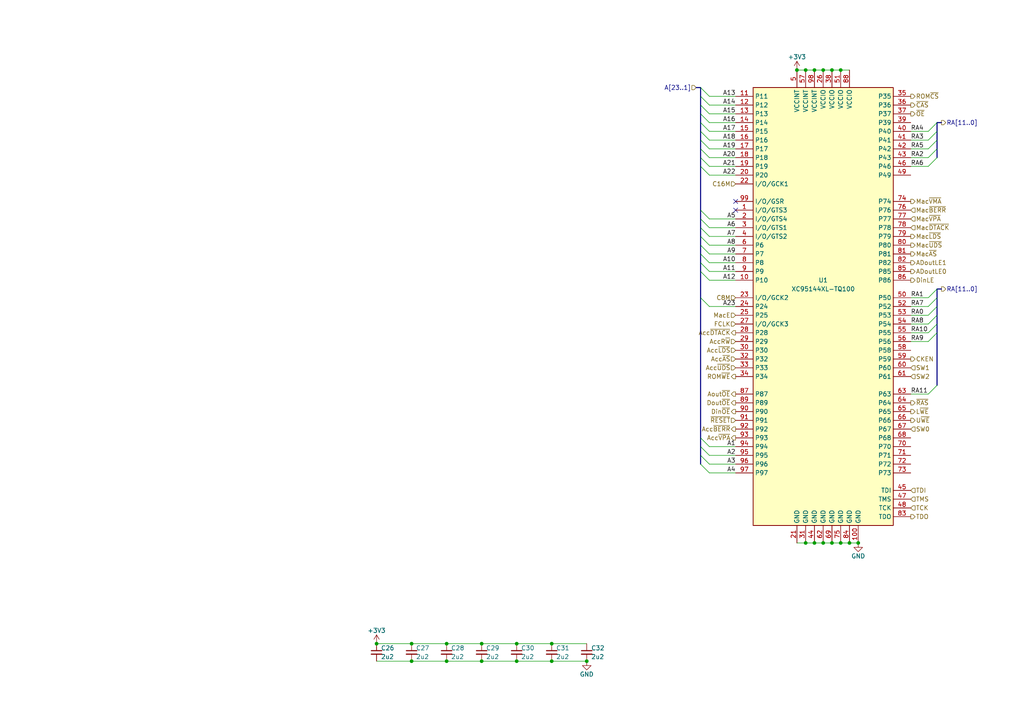
<source format=kicad_sch>
(kicad_sch (version 20211123) (generator eeschema)
  (paper "A4")
  (lib_symbols
    (symbol "CPLD_Xilinx:XC95144XL-TQ100"
      (property "Reference" "U" (at -20.32 64.77 0))
      (property "Value" "XC95144XL-TQ100" (at -20.32 -64.77 0))
      (symbol "XC95144XL-TQ100_1_1"
        (rectangle (start -20.32 63.5) (end 20.32 -63.5) (stroke (width 0.254)) (fill (type background)))
        (pin bidirectional line (at -25.4 27.94 0) (length 5.08) (name "I/O/GTS3") (number "1"))
        (pin bidirectional line (at -25.4 7.62 0) (length 5.08) (name "P10") (number "10"))
        (pin power_in line (at 10.16 -68.58 90) (length 5.08) (name "GND") (number "100"))
        (pin bidirectional line (at -25.4 60.96 0) (length 5.08) (name "P11") (number "11"))
        (pin bidirectional line (at -25.4 58.42 0) (length 5.08) (name "P12") (number "12"))
        (pin bidirectional line (at -25.4 55.88 0) (length 5.08) (name "P13") (number "13"))
        (pin bidirectional line (at -25.4 53.34 0) (length 5.08) (name "P14") (number "14"))
        (pin bidirectional line (at -25.4 50.8 0) (length 5.08) (name "P15") (number "15"))
        (pin bidirectional line (at -25.4 48.26 0) (length 5.08) (name "P16") (number "16"))
        (pin bidirectional line (at -25.4 45.72 0) (length 5.08) (name "P17") (number "17"))
        (pin bidirectional line (at -25.4 43.18 0) (length 5.08) (name "P18") (number "18"))
        (pin bidirectional line (at -25.4 40.64 0) (length 5.08) (name "P19") (number "19"))
        (pin bidirectional line (at -25.4 25.4 0) (length 5.08) (name "I/O/GTS4") (number "2"))
        (pin bidirectional line (at -25.4 38.1 0) (length 5.08) (name "P20") (number "20"))
        (pin power_in line (at -7.62 -68.58 90) (length 5.08) (name "GND") (number "21"))
        (pin bidirectional line (at -25.4 35.56 0) (length 5.08) (name "I/O/GCK1") (number "22"))
        (pin bidirectional line (at -25.4 2.54 0) (length 5.08) (name "I/O/GCK2") (number "23"))
        (pin bidirectional line (at -25.4 0 0) (length 5.08) (name "P24") (number "24"))
        (pin bidirectional line (at -25.4 -2.54 0) (length 5.08) (name "P25") (number "25"))
        (pin power_in line (at 0 68.58 270) (length 5.08) (name "VCCIO") (number "26"))
        (pin bidirectional line (at -25.4 -5.08 0) (length 5.08) (name "I/O/GCK3") (number "27"))
        (pin bidirectional line (at -25.4 -7.62 0) (length 5.08) (name "P28") (number "28"))
        (pin bidirectional line (at -25.4 -10.16 0) (length 5.08) (name "P29") (number "29"))
        (pin bidirectional line (at -25.4 22.86 0) (length 5.08) (name "I/O/GTS1") (number "3"))
        (pin bidirectional line (at -25.4 -12.7 0) (length 5.08) (name "P30") (number "30"))
        (pin power_in line (at -5.08 -68.58 90) (length 5.08) (name "GND") (number "31"))
        (pin bidirectional line (at -25.4 -15.24 0) (length 5.08) (name "P32") (number "32"))
        (pin bidirectional line (at -25.4 -17.78 0) (length 5.08) (name "P33") (number "33"))
        (pin bidirectional line (at -25.4 -20.32 0) (length 5.08) (name "P34") (number "34"))
        (pin bidirectional line (at 25.4 60.96 180) (length 5.08) (name "P35") (number "35"))
        (pin bidirectional line (at 25.4 58.42 180) (length 5.08) (name "P36") (number "36"))
        (pin bidirectional line (at 25.4 55.88 180) (length 5.08) (name "P37") (number "37"))
        (pin power_in line (at 2.54 68.58 270) (length 5.08) (name "VCCIO") (number "38"))
        (pin bidirectional line (at 25.4 53.34 180) (length 5.08) (name "P39") (number "39"))
        (pin bidirectional line (at -25.4 20.32 0) (length 5.08) (name "I/O/GTS2") (number "4"))
        (pin bidirectional line (at 25.4 50.8 180) (length 5.08) (name "P40") (number "40"))
        (pin bidirectional line (at 25.4 48.26 180) (length 5.08) (name "P41") (number "41"))
        (pin bidirectional line (at 25.4 45.72 180) (length 5.08) (name "P42") (number "42"))
        (pin bidirectional line (at 25.4 43.18 180) (length 5.08) (name "P43") (number "43"))
        (pin power_in line (at -2.54 -68.58 90) (length 5.08) (name "GND") (number "44"))
        (pin input line (at 25.4 -53.34 180) (length 5.08) (name "TDI") (number "45"))
        (pin bidirectional line (at 25.4 40.64 180) (length 5.08) (name "P46") (number "46"))
        (pin input line (at 25.4 -55.88 180) (length 5.08) (name "TMS") (number "47"))
        (pin input line (at 25.4 -58.42 180) (length 5.08) (name "TCK") (number "48"))
        (pin bidirectional line (at 25.4 38.1 180) (length 5.08) (name "P49") (number "49"))
        (pin power_in line (at -7.62 68.58 270) (length 5.08) (name "VCCINT") (number "5"))
        (pin bidirectional line (at 25.4 2.54 180) (length 5.08) (name "P50") (number "50"))
        (pin power_in line (at 5.08 68.58 270) (length 5.08) (name "VCCIO") (number "51"))
        (pin bidirectional line (at 25.4 0 180) (length 5.08) (name "P52") (number "52"))
        (pin bidirectional line (at 25.4 -2.54 180) (length 5.08) (name "P53") (number "53"))
        (pin bidirectional line (at 25.4 -5.08 180) (length 5.08) (name "P54") (number "54"))
        (pin bidirectional line (at 25.4 -7.62 180) (length 5.08) (name "P55") (number "55"))
        (pin bidirectional line (at 25.4 -10.16 180) (length 5.08) (name "P56") (number "56"))
        (pin power_in line (at -5.08 68.58 270) (length 5.08) (name "VCCINT") (number "57"))
        (pin bidirectional line (at 25.4 -12.7 180) (length 5.08) (name "P58") (number "58"))
        (pin bidirectional line (at 25.4 -15.24 180) (length 5.08) (name "P59") (number "59"))
        (pin bidirectional line (at -25.4 17.78 0) (length 5.08) (name "P6") (number "6"))
        (pin bidirectional line (at 25.4 -17.78 180) (length 5.08) (name "P60") (number "60"))
        (pin bidirectional line (at 25.4 -20.32 180) (length 5.08) (name "P61") (number "61"))
        (pin power_in line (at 0 -68.58 90) (length 5.08) (name "GND") (number "62"))
        (pin bidirectional line (at 25.4 -25.4 180) (length 5.08) (name "P63") (number "63"))
        (pin bidirectional line (at 25.4 -27.94 180) (length 5.08) (name "P64") (number "64"))
        (pin bidirectional line (at 25.4 -30.48 180) (length 5.08) (name "P65") (number "65"))
        (pin bidirectional line (at 25.4 -33.02 180) (length 5.08) (name "P66") (number "66"))
        (pin bidirectional line (at 25.4 -35.56 180) (length 5.08) (name "P67") (number "67"))
        (pin bidirectional line (at 25.4 -38.1 180) (length 5.08) (name "P68") (number "68"))
        (pin power_in line (at 2.54 -68.58 90) (length 5.08) (name "GND") (number "69"))
        (pin bidirectional line (at -25.4 15.24 0) (length 5.08) (name "P7") (number "7"))
        (pin bidirectional line (at 25.4 -40.64 180) (length 5.08) (name "P70") (number "70"))
        (pin bidirectional line (at 25.4 -43.18 180) (length 5.08) (name "P71") (number "71"))
        (pin bidirectional line (at 25.4 -45.72 180) (length 5.08) (name "P72") (number "72"))
        (pin bidirectional line (at 25.4 -48.26 180) (length 5.08) (name "P73") (number "73"))
        (pin bidirectional line (at 25.4 30.48 180) (length 5.08) (name "P74") (number "74"))
        (pin power_in line (at 5.08 -68.58 90) (length 5.08) (name "GND") (number "75"))
        (pin bidirectional line (at 25.4 27.94 180) (length 5.08) (name "P76") (number "76"))
        (pin bidirectional line (at 25.4 25.4 180) (length 5.08) (name "P77") (number "77"))
        (pin bidirectional line (at 25.4 22.86 180) (length 5.08) (name "P78") (number "78"))
        (pin bidirectional line (at 25.4 20.32 180) (length 5.08) (name "P79") (number "79"))
        (pin bidirectional line (at -25.4 12.7 0) (length 5.08) (name "P8") (number "8"))
        (pin bidirectional line (at 25.4 17.78 180) (length 5.08) (name "P80") (number "80"))
        (pin bidirectional line (at 25.4 15.24 180) (length 5.08) (name "P81") (number "81"))
        (pin bidirectional line (at 25.4 12.7 180) (length 5.08) (name "P82") (number "82"))
        (pin output line (at 25.4 -60.96 180) (length 5.08) (name "TDO") (number "83"))
        (pin power_in line (at 7.62 -68.58 90) (length 5.08) (name "GND") (number "84"))
        (pin bidirectional line (at 25.4 10.16 180) (length 5.08) (name "P85") (number "85"))
        (pin bidirectional line (at 25.4 7.62 180) (length 5.08) (name "P86") (number "86"))
        (pin bidirectional line (at -25.4 -25.4 0) (length 5.08) (name "P87") (number "87"))
        (pin power_in line (at 7.62 68.58 270) (length 5.08) (name "VCCIO") (number "88"))
        (pin bidirectional line (at -25.4 -27.94 0) (length 5.08) (name "P89") (number "89"))
        (pin bidirectional line (at -25.4 10.16 0) (length 5.08) (name "P9") (number "9"))
        (pin bidirectional line (at -25.4 -30.48 0) (length 5.08) (name "P90") (number "90"))
        (pin bidirectional line (at -25.4 -33.02 0) (length 5.08) (name "P91") (number "91"))
        (pin bidirectional line (at -25.4 -35.56 0) (length 5.08) (name "P92") (number "92"))
        (pin bidirectional line (at -25.4 -38.1 0) (length 5.08) (name "P93") (number "93"))
        (pin bidirectional line (at -25.4 -40.64 0) (length 5.08) (name "P94") (number "94"))
        (pin bidirectional line (at -25.4 -43.18 0) (length 5.08) (name "P95") (number "95"))
        (pin bidirectional line (at -25.4 -45.72 0) (length 5.08) (name "P96") (number "96"))
        (pin bidirectional line (at -25.4 -48.26 0) (length 5.08) (name "P97") (number "97"))
        (pin power_in line (at -2.54 68.58 270) (length 5.08) (name "VCCINT") (number "98"))
        (pin bidirectional line (at -25.4 30.48 0) (length 5.08) (name "I/O/GSR") (number "99"))
      )
    )
    (symbol "Device:C_Small" (pin_numbers hide) (pin_names (offset 0.254) hide)
      (property "Reference" "C" (at 0.254 1.778 0))
      (property "Value" "C_Small" (at 0.254 -2.032 0))
      (symbol "C_Small_0_1"
        (polyline (pts (xy -1.524 -0.508) (xy 1.524 -0.508)) (stroke (width 0.3302)))
        (polyline (pts (xy -1.524 0.508) (xy 1.524 0.508)) (stroke (width 0.3048)))
      )
      (symbol "C_Small_1_1"
        (pin passive line (at 0 2.54 270) (length 2.032) (name "~") (number "1"))
        (pin passive line (at 0 -2.54 90) (length 2.032) (name "~") (number "2"))
      )
    )
    (symbol "power:+3V3" (power) (pin_names (offset 0))
      (property "Value" "+3V3" (at 0 3.556 0))
      (symbol "+3V3_0_1"
        (polyline (pts (xy -0.762 1.27) (xy 0 2.54)))
        (polyline (pts (xy 0 0) (xy 0 2.54)))
        (polyline (pts (xy 0 2.54) (xy 0.762 1.27)))
      )
      (symbol "+3V3_1_1"
        (pin power_in line (at 0 0 90) (length 0) hide (name "+3V3") (number "1"))
      )
    )
    (symbol "power:GND" (power) (pin_names (offset 0))
      (property "Value" "GND" (at 0 -3.81 0))
      (symbol "GND_0_1"
        (polyline (pts (xy 0 0) (xy 0 -1.27) (xy 1.27 -1.27) (xy 0 -2.54) (xy -1.27 -1.27) (xy 0 -1.27)))
      )
      (symbol "GND_1_1"
        (pin power_in line (at 0 0 270) (length 0) hide (name "GND") (number "1"))
      )
    )
  )
  (junction (at 119.38 191.77))
  (junction (at 246.38 157.48))
  (junction (at 129.54 191.77))
  (junction (at 233.68 157.48))
  (junction (at 231.14 20.32))
  (junction (at 139.7 191.77))
  (junction (at 139.7 186.69))
  (junction (at 241.3 157.48))
  (junction (at 236.22 157.48))
  (junction (at 119.38 186.69))
  (junction (at 238.76 20.32))
  (junction (at 160.02 186.69))
  (junction (at 236.22 20.32))
  (junction (at 109.22 186.69))
  (junction (at 248.92 157.48))
  (junction (at 241.3 20.32))
  (junction (at 233.68 20.32))
  (junction (at 149.86 191.77))
  (junction (at 243.84 157.48))
  (junction (at 149.86 186.69))
  (junction (at 238.76 157.48))
  (junction (at 170.18 191.77))
  (junction (at 160.02 191.77))
  (junction (at 129.54 186.69))
  (junction (at 243.84 20.32))
  (no_connect (at 213.36 60.96))
  (no_connect (at 213.36 58.42))
  (bus_entry (at 203.2 63.5) (size 2.54 2.54))
  (bus_entry (at 203.2 129.54) (size 2.54 2.54))
  (bus_entry (at 203.2 71.12) (size 2.54 2.54))
  (bus_entry (at 203.2 27.94) (size 2.54 2.54))
  (bus_entry (at 203.2 35.56) (size 2.54 2.54))
  (bus_entry (at 271.78 93.98) (size -2.54 2.54))
  (bus_entry (at 271.78 43.18) (size -2.54 2.54))
  (bus_entry (at 203.2 25.4) (size 2.54 2.54))
  (bus_entry (at 203.2 30.48) (size 2.54 2.54))
  (bus_entry (at 203.2 45.72) (size 2.54 2.54))
  (bus_entry (at 271.78 96.52) (size -2.54 2.54))
  (bus_entry (at 203.2 48.26) (size 2.54 2.54))
  (bus_entry (at 271.78 45.72) (size -2.54 2.54))
  (bus_entry (at 271.78 88.9) (size -2.54 2.54))
  (bus_entry (at 203.2 73.66) (size 2.54 2.54))
  (bus_entry (at 271.78 83.82) (size -2.54 2.54))
  (bus_entry (at 271.78 38.1) (size -2.54 2.54))
  (bus_entry (at 271.78 35.56) (size -2.54 2.54))
  (bus_entry (at 203.2 86.36) (size 2.54 2.54))
  (bus_entry (at 203.2 127) (size 2.54 2.54))
  (bus_entry (at 203.2 78.74) (size 2.54 2.54))
  (bus_entry (at 203.2 76.2) (size 2.54 2.54))
  (bus_entry (at 203.2 68.58) (size 2.54 2.54))
  (bus_entry (at 203.2 33.02) (size 2.54 2.54))
  (bus_entry (at 203.2 40.64) (size 2.54 2.54))
  (bus_entry (at 271.78 40.64) (size -2.54 2.54))
  (bus_entry (at 203.2 132.08) (size 2.54 2.54))
  (bus_entry (at 203.2 38.1) (size 2.54 2.54))
  (bus_entry (at 271.78 91.44) (size -2.54 2.54))
  (bus_entry (at 203.2 134.62) (size 2.54 2.54))
  (bus_entry (at 203.2 60.96) (size 2.54 2.54))
  (bus_entry (at 271.78 111.76) (size -2.54 2.54))
  (bus_entry (at 271.78 86.36) (size -2.54 2.54))
  (bus_entry (at 203.2 66.04) (size 2.54 2.54))
  (bus_entry (at 203.2 43.18) (size 2.54 2.54))
  (wire (pts (xy 264.16 93.98) (xy 269.24 93.98)))
  (wire (pts (xy 264.16 43.18) (xy 269.24 43.18)))
  (wire (pts (xy 236.22 20.32) (xy 238.76 20.32)))
  (bus (pts (xy 203.2 127) (xy 203.2 129.54)))
  (bus (pts (xy 203.2 27.94) (xy 203.2 30.48)))
  (bus (pts (xy 203.2 38.1) (xy 203.2 40.64)))
  (wire (pts (xy 213.36 33.02) (xy 205.74 33.02)))
  (wire (pts (xy 213.36 35.56) (xy 205.74 35.56)))
  (wire (pts (xy 238.76 20.32) (xy 241.3 20.32)))
  (wire (pts (xy 213.36 45.72) (xy 205.74 45.72)))
  (bus (pts (xy 203.2 73.66) (xy 203.2 76.2)))
  (wire (pts (xy 109.22 186.69) (xy 119.38 186.69)))
  (bus (pts (xy 271.78 96.52) (xy 271.78 111.76)))
  (wire (pts (xy 213.36 50.8) (xy 205.74 50.8)))
  (wire (pts (xy 213.36 81.28) (xy 205.74 81.28)))
  (wire (pts (xy 213.36 76.2) (xy 205.74 76.2)))
  (wire (pts (xy 119.38 186.69) (xy 129.54 186.69)))
  (bus (pts (xy 203.2 48.26) (xy 203.2 60.96)))
  (bus (pts (xy 203.2 25.4) (xy 201.93 25.4)))
  (bus (pts (xy 203.2 71.12) (xy 203.2 73.66)))
  (wire (pts (xy 213.36 30.48) (xy 205.74 30.48)))
  (wire (pts (xy 213.36 48.26) (xy 205.74 48.26)))
  (bus (pts (xy 271.78 83.82) (xy 271.78 86.36)))
  (wire (pts (xy 160.02 186.69) (xy 170.18 186.69)))
  (bus (pts (xy 203.2 45.72) (xy 203.2 48.26)))
  (bus (pts (xy 203.2 40.64) (xy 203.2 43.18)))
  (wire (pts (xy 213.36 78.74) (xy 205.74 78.74)))
  (wire (pts (xy 264.16 38.1) (xy 269.24 38.1)))
  (bus (pts (xy 271.78 35.56) (xy 271.78 38.1)))
  (wire (pts (xy 205.74 137.16) (xy 213.36 137.16)))
  (bus (pts (xy 271.78 40.64) (xy 271.78 43.18)))
  (bus (pts (xy 203.2 25.4) (xy 203.2 27.94)))
  (wire (pts (xy 139.7 191.77) (xy 149.86 191.77)))
  (bus (pts (xy 271.78 86.36) (xy 271.78 88.9)))
  (wire (pts (xy 213.36 38.1) (xy 205.74 38.1)))
  (wire (pts (xy 269.24 96.52) (xy 264.16 96.52)))
  (bus (pts (xy 203.2 43.18) (xy 203.2 45.72)))
  (bus (pts (xy 203.2 33.02) (xy 203.2 35.56)))
  (bus (pts (xy 271.78 38.1) (xy 271.78 40.64)))
  (wire (pts (xy 213.36 40.64) (xy 205.74 40.64)))
  (wire (pts (xy 241.3 157.48) (xy 238.76 157.48)))
  (bus (pts (xy 203.2 60.96) (xy 203.2 63.5)))
  (wire (pts (xy 213.36 66.04) (xy 205.74 66.04)))
  (wire (pts (xy 264.16 88.9) (xy 269.24 88.9)))
  (wire (pts (xy 264.16 99.06) (xy 269.24 99.06)))
  (wire (pts (xy 129.54 186.69) (xy 139.7 186.69)))
  (wire (pts (xy 264.16 45.72) (xy 269.24 45.72)))
  (wire (pts (xy 160.02 191.77) (xy 170.18 191.77)))
  (wire (pts (xy 213.36 68.58) (xy 205.74 68.58)))
  (wire (pts (xy 139.7 186.69) (xy 149.86 186.69)))
  (wire (pts (xy 264.16 40.64) (xy 269.24 40.64)))
  (bus (pts (xy 203.2 63.5) (xy 203.2 66.04)))
  (bus (pts (xy 203.2 68.58) (xy 203.2 71.12)))
  (wire (pts (xy 149.86 186.69) (xy 160.02 186.69)))
  (wire (pts (xy 264.16 48.26) (xy 269.24 48.26)))
  (wire (pts (xy 149.86 191.77) (xy 160.02 191.77)))
  (bus (pts (xy 203.2 132.08) (xy 203.2 134.62)))
  (bus (pts (xy 203.2 78.74) (xy 203.2 86.36)))
  (bus (pts (xy 203.2 35.56) (xy 203.2 38.1)))
  (wire (pts (xy 238.76 157.48) (xy 236.22 157.48)))
  (wire (pts (xy 246.38 157.48) (xy 243.84 157.48)))
  (wire (pts (xy 213.36 43.18) (xy 205.74 43.18)))
  (wire (pts (xy 205.74 129.54) (xy 213.36 129.54)))
  (wire (pts (xy 119.38 191.77) (xy 129.54 191.77)))
  (wire (pts (xy 213.36 71.12) (xy 205.74 71.12)))
  (wire (pts (xy 109.22 191.77) (xy 119.38 191.77)))
  (wire (pts (xy 264.16 86.36) (xy 269.24 86.36)))
  (bus (pts (xy 271.78 43.18) (xy 271.78 45.72)))
  (bus (pts (xy 271.78 88.9) (xy 271.78 91.44)))
  (bus (pts (xy 203.2 129.54) (xy 203.2 132.08)))
  (bus (pts (xy 203.2 86.36) (xy 203.2 127)))
  (wire (pts (xy 213.36 63.5) (xy 205.74 63.5)))
  (wire (pts (xy 205.74 132.08) (xy 213.36 132.08)))
  (wire (pts (xy 205.74 134.62) (xy 213.36 134.62)))
  (wire (pts (xy 269.24 91.44) (xy 264.16 91.44)))
  (wire (pts (xy 213.36 27.94) (xy 205.74 27.94)))
  (wire (pts (xy 236.22 157.48) (xy 233.68 157.48)))
  (wire (pts (xy 243.84 157.48) (xy 241.3 157.48)))
  (bus (pts (xy 203.2 76.2) (xy 203.2 78.74)))
  (bus (pts (xy 203.2 30.48) (xy 203.2 33.02)))
  (wire (pts (xy 264.16 114.3) (xy 269.24 114.3)))
  (bus (pts (xy 271.78 35.56) (xy 273.05 35.56)))
  (bus (pts (xy 271.78 91.44) (xy 271.78 93.98)))
  (wire (pts (xy 241.3 20.32) (xy 243.84 20.32)))
  (wire (pts (xy 213.36 88.9) (xy 205.74 88.9)))
  (wire (pts (xy 243.84 20.32) (xy 246.38 20.32)))
  (wire (pts (xy 231.14 20.32) (xy 233.68 20.32)))
  (wire (pts (xy 233.68 157.48) (xy 231.14 157.48)))
  (wire (pts (xy 248.92 157.48) (xy 246.38 157.48)))
  (wire (pts (xy 129.54 191.77) (xy 139.7 191.77)))
  (wire (pts (xy 213.36 73.66) (xy 205.74 73.66)))
  (bus (pts (xy 271.78 83.82) (xy 273.05 83.82)))
  (bus (pts (xy 271.78 93.98) (xy 271.78 96.52)))
  (bus (pts (xy 203.2 66.04) (xy 203.2 68.58)))
  (wire (pts (xy 233.68 20.32) (xy 236.22 20.32)))
  (label "RA11" (at 264.16 114.3 0))
  (label "A8" (at 213.36 71.12 180))
  (label "A23" (at 213.36 88.9 180))
  (label "A5" (at 213.36 63.5 180))
  (label "RA2" (at 264.16 45.72 0))
  (label "A15" (at 213.36 33.02 180))
  (label "RA10" (at 264.16 96.52 0))
  (label "RA1" (at 264.16 86.36 0))
  (label "A17" (at 213.36 38.1 180))
  (label "RA4" (at 264.16 38.1 0))
  (label "A16" (at 213.36 35.56 180))
  (label "A7" (at 213.36 68.58 180))
  (label "A10" (at 213.36 76.2 180))
  (label "A9" (at 213.36 73.66 180))
  (label "A21" (at 213.36 48.26 180))
  (label "RA3" (at 264.16 40.64 0))
  (label "A20" (at 213.36 45.72 180))
  (label "A3" (at 213.36 134.62 180))
  (label "A13" (at 213.36 27.94 180))
  (label "A22" (at 213.36 50.8 180))
  (label "RA6" (at 264.16 48.26 0))
  (label "A14" (at 213.36 30.48 180))
  (label "RA7" (at 264.16 88.9 0))
  (label "A11" (at 213.36 78.74 180))
  (label "A18" (at 213.36 40.64 180))
  (label "A6" (at 213.36 66.04 180))
  (label "RA0" (at 264.16 91.44 0))
  (label "RA8" (at 264.16 93.98 0))
  (label "RA9" (at 264.16 99.06 0))
  (label "A1" (at 213.36 129.54 180))
  (label "A4" (at 213.36 137.16 180))
  (label "A2" (at 213.36 132.08 180))
  (label "A12" (at 213.36 81.28 180))
  (label "A19" (at 213.36 43.18 180))
  (label "RA5" (at 264.16 43.18 0))
  (hierarchical_label "A[23..1]" (shape input) (at 201.93 25.4 180))
  (hierarchical_label "Dout~{OE}" (shape output) (at 213.36 116.84 180))
  (hierarchical_label "AccR~{W}" (shape input) (at 213.36 99.06 180))
  (hierarchical_label "TCK" (shape input) (at 264.16 147.32 0))
  (hierarchical_label "ROM~{WE}" (shape output) (at 213.36 109.22 180))
  (hierarchical_label "~{RAS}" (shape output) (at 264.16 116.84 0))
  (hierarchical_label "SW1" (shape input) (at 264.16 106.68 0))
  (hierarchical_label "Acc~{UDS}" (shape input) (at 213.36 106.68 180))
  (hierarchical_label "Din~{OE}" (shape output) (at 213.36 119.38 180))
  (hierarchical_label "L~{WE}" (shape output) (at 264.16 119.38 0))
  (hierarchical_label "TDO" (shape output) (at 264.16 149.86 0))
  (hierarchical_label "Mac~{DTACK}" (shape input) (at 264.16 66.04 0))
  (hierarchical_label "TDI" (shape input) (at 264.16 142.24 0))
  (hierarchical_label "Mac~{VMA}" (shape output) (at 264.16 58.42 0))
  (hierarchical_label "~{OE}" (shape output) (at 264.16 33.02 0))
  (hierarchical_label "ADoutLE1" (shape output) (at 264.16 76.2 0))
  (hierarchical_label "Mac~{UDS}" (shape output) (at 264.16 71.12 0))
  (hierarchical_label "ADoutLE0" (shape output) (at 264.16 78.74 0))
  (hierarchical_label "Acc~{AS}" (shape input) (at 213.36 104.14 180))
  (hierarchical_label "Acc~{VPA}" (shape output) (at 213.36 127 180))
  (hierarchical_label "DinLE" (shape output) (at 264.16 81.28 0))
  (hierarchical_label "C8M" (shape input) (at 213.36 86.36 180))
  (hierarchical_label "CKEN" (shape output) (at 264.16 104.14 0))
  (hierarchical_label "ROM~{CS}" (shape output) (at 264.16 27.94 0))
  (hierarchical_label "TMS" (shape input) (at 264.16 144.78 0))
  (hierarchical_label "Mac~{BERR}" (shape input) (at 264.16 60.96 0))
  (hierarchical_label "Acc~{LDS}" (shape input) (at 213.36 101.6 180))
  (hierarchical_label "Acc~{DTACK}" (shape output) (at 213.36 96.52 180))
  (hierarchical_label "C16M" (shape input) (at 213.36 53.34 180))
  (hierarchical_label "FCLK" (shape input) (at 213.36 93.98 180))
  (hierarchical_label "Mac~{VPA}" (shape input) (at 264.16 63.5 0))
  (hierarchical_label "MacE" (shape input) (at 213.36 91.44 180))
  (hierarchical_label "Mac~{AS}" (shape output) (at 264.16 73.66 0))
  (hierarchical_label "~{CAS}" (shape output) (at 264.16 30.48 0))
  (hierarchical_label "Aout~{OE}" (shape output) (at 213.36 114.3 180))
  (hierarchical_label "RA[11..0]" (shape output) (at 273.05 35.56 0))
  (hierarchical_label "SW0" (shape input) (at 264.16 124.46 0))
  (hierarchical_label "Acc~{BERR}" (shape output) (at 213.36 124.46 180))
  (hierarchical_label "~{RESET}" (shape input) (at 213.36 121.92 180))
  (hierarchical_label "U~{WE}" (shape output) (at 264.16 121.92 0))
  (hierarchical_label "SW2" (shape input) (at 264.16 109.22 0))
  (hierarchical_label "RA[11..0]" (shape output) (at 273.05 83.82 0))
  (hierarchical_label "Mac~{LDS}" (shape output) (at 264.16 68.58 0))
  (symbol (lib_id "Device:C_Small") (at 119.38 189.23 0)
    (property "Reference" "C27" (at 120.65 187.96 0) (effects (justify left)))
    (property "Value" "2u2" (at 120.65 190.5 0) (effects (justify left)))
    (property "Footprint" "stdpads:C_0603" (effects hide))
    (property "LCSC Part" "C23630" (effects hide))
  )
  (symbol (lib_id "Device:C_Small") (at 129.54 189.23 0)
    (property "Reference" "C28" (at 130.81 187.96 0) (effects (justify left)))
    (property "Value" "2u2" (at 130.81 190.5 0) (effects (justify left)))
    (property "Footprint" "stdpads:C_0603" (effects hide))
    (property "LCSC Part" "C23630" (effects hide))
  )
  (symbol (lib_id "Device:C_Small") (at 139.7 189.23 0)
    (property "Reference" "C29" (at 140.97 187.96 0) (effects (justify left)))
    (property "Value" "2u2" (at 140.97 190.5 0) (effects (justify left)))
    (property "Footprint" "stdpads:C_0603" (effects hide))
    (property "LCSC Part" "C23630" (effects hide))
  )
  (symbol (lib_id "power:+3V3") (at 109.22 186.69 0)
    (property "Reference" "#PWR0158" (effects hide))
    (property "Value" "+3V3" (at 109.22 182.88 0))
  )
  (symbol (lib_id "Device:C_Small") (at 109.22 189.23 0)
    (property "Reference" "C26" (at 110.49 187.96 0) (effects (justify left)))
    (property "Value" "2u2" (at 110.49 190.5 0) (effects (justify left)))
    (property "Footprint" "stdpads:C_0603" (effects hide))
    (property "LCSC Part" "C23630" (effects hide))
  )
  (symbol (lib_id "Device:C_Small") (at 160.02 189.23 0)
    (property "Reference" "C31" (at 161.29 187.96 0) (effects (justify left)))
    (property "Value" "2u2" (at 161.29 190.5 0) (effects (justify left)))
    (property "Footprint" "stdpads:C_0603" (effects hide))
    (property "LCSC Part" "C23630" (effects hide))
  )
  (symbol (lib_id "Device:C_Small") (at 149.86 189.23 0)
    (property "Reference" "C30" (at 151.13 187.96 0) (effects (justify left)))
    (property "Value" "2u2" (at 151.13 190.5 0) (effects (justify left)))
    (property "Footprint" "stdpads:C_0603" (effects hide))
    (property "LCSC Part" "C23630" (effects hide))
  )
  (symbol (lib_id "power:GND") (at 170.18 191.77 0) (mirror y)
    (property "Reference" "#PWR0159" (effects hide))
    (property "Value" "GND" (at 170.18 195.58 0))
  )
  (symbol (lib_id "Device:C_Small") (at 170.18 189.23 0)
    (property "Reference" "C32" (at 171.45 187.96 0) (effects (justify left)))
    (property "Value" "2u2" (at 171.45 190.5 0) (effects (justify left)))
    (property "Footprint" "stdpads:C_0603" (effects hide))
    (property "LCSC Part" "C23630" (effects hide))
  )
  (symbol (lib_id "power:+3V3") (at 231.14 20.32 0) (unit 1)
    (property "Reference" "#PWR0160" (effects hide))
    (property "Value" "+3V3" (at 231.14 16.51 0))
  )
  (symbol (lib_id "power:GND") (at 248.92 157.48 0) (unit 1)
    (property "Reference" "#PWR0161" (effects hide))
    (property "Value" "GND" (at 248.92 161.29 0))
  )
  (symbol (lib_id "CPLD_Xilinx:XC95144XL-TQ100") (at 238.76 88.9 0) (unit 1)
    (property "Reference" "U1" (at 238.76 81.28 0))
    (property "Value" "XC95144XL-TQ100" (at 238.76 83.82 0))
    (property "Footprint" "stdpads:TQFP-100_14x14mm_P0.5mm" (effects hide))
    (property "Datasheet" "https://www.xilinx.com/support/documentation/data_sheets/ds056.pdf" (effects hide))
    (property "LCSC Part" "C45126" (effects hide))
  )
)
</source>
